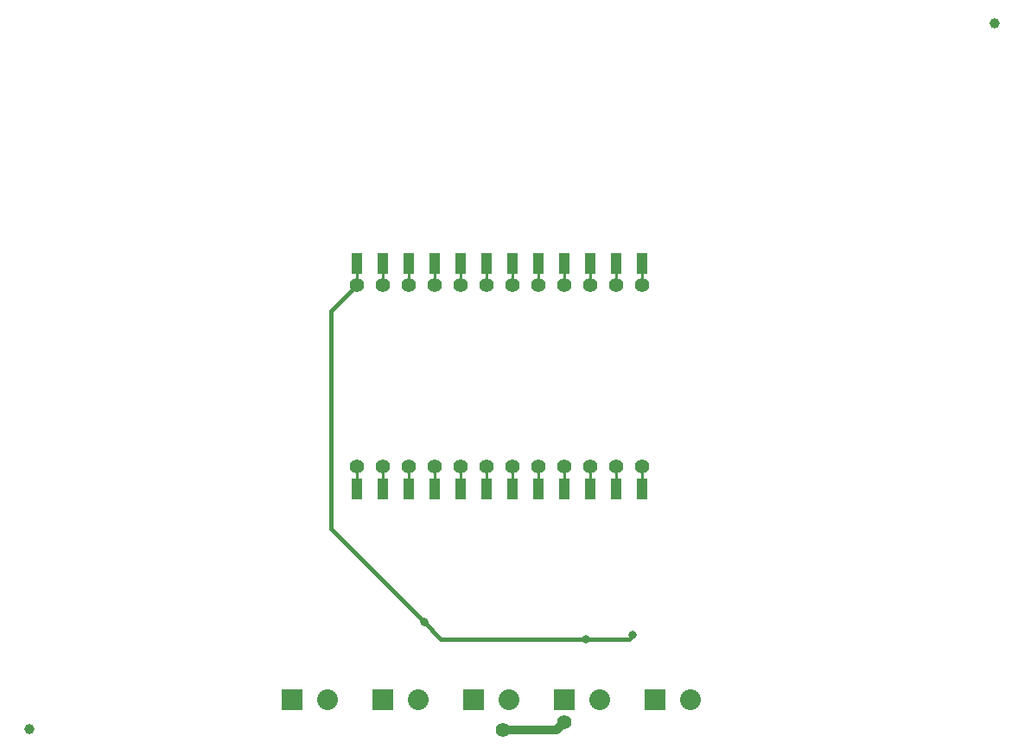
<source format=gtl>
G04 EAGLE Gerber RS-274X export*
G75*
%MOMM*%
%FSLAX34Y34*%
%LPD*%
%INTop Copper*%
%IPPOS*%
%AMOC8*
5,1,8,0,0,1.08239X$1,22.5*%
G01*
%ADD10C,1.400000*%
%ADD11C,0.254000*%
%ADD12R,1.000000X2.000000*%
%ADD13C,1.000000*%
%ADD14R,2.032000X2.032000*%
%ADD15C,2.032000*%
%ADD16C,0.800000*%
%ADD17C,0.406400*%
%ADD18C,0.812800*%


D10*
X381000Y292100D03*
D11*
X381000Y270700D01*
D10*
X406400Y292100D03*
D11*
X406400Y270700D01*
D10*
X431800Y292100D03*
D11*
X431800Y270700D01*
D10*
X457200Y292100D03*
D11*
X457200Y270700D01*
D10*
X482600Y292100D03*
D11*
X482600Y270700D01*
D10*
X508000Y292100D03*
D11*
X508000Y270700D01*
D10*
X533400Y292100D03*
D11*
X533400Y270700D01*
D10*
X558800Y292100D03*
D11*
X558800Y270700D01*
D10*
X584200Y292100D03*
D11*
X584200Y270700D01*
D10*
X609600Y292100D03*
D11*
X609600Y270700D01*
D10*
X635000Y292100D03*
D11*
X635000Y270700D01*
D10*
X381000Y469900D03*
D11*
X381000Y491300D01*
D10*
X406400Y469900D03*
D11*
X406400Y491300D01*
D10*
X431800Y469900D03*
D11*
X431800Y491300D01*
D10*
X457200Y469900D03*
D11*
X457200Y491300D01*
D10*
X482600Y469900D03*
D11*
X482600Y491300D01*
D10*
X508000Y469900D03*
D11*
X508000Y491300D01*
D10*
X533400Y469900D03*
D11*
X533400Y491300D01*
D10*
X558800Y469900D03*
D11*
X558800Y491300D01*
D10*
X584200Y469900D03*
D11*
X584200Y491300D01*
D10*
X609600Y469900D03*
D11*
X609600Y491300D01*
D10*
X635000Y469900D03*
D11*
X635000Y491300D01*
D10*
X355600Y292100D03*
D11*
X355600Y266700D01*
D10*
X355600Y469900D03*
D11*
X355600Y491300D01*
D12*
X355600Y270700D03*
X381000Y270700D03*
D11*
X381000Y292100D01*
D12*
X406400Y270700D03*
D11*
X406400Y292100D01*
D12*
X431800Y270700D03*
D11*
X431800Y292100D01*
D12*
X457200Y270700D03*
D11*
X457200Y292100D01*
D12*
X482600Y270700D03*
D11*
X482600Y292100D01*
D12*
X508000Y270700D03*
D11*
X508000Y292100D01*
D12*
X533400Y270700D03*
D11*
X533400Y292100D01*
D12*
X558800Y270700D03*
D11*
X558800Y292100D01*
D12*
X584200Y270700D03*
D11*
X584200Y292100D01*
D12*
X609600Y270700D03*
D11*
X609600Y292100D01*
D12*
X635000Y270700D03*
D11*
X635000Y292100D01*
D12*
X355600Y491300D03*
D11*
X355600Y469900D01*
D12*
X381000Y491300D03*
D11*
X381000Y469900D01*
D12*
X406400Y491300D03*
D11*
X406400Y469900D01*
D12*
X431800Y491300D03*
D11*
X431800Y469900D01*
D12*
X457200Y491300D03*
D11*
X457200Y469900D01*
D12*
X482600Y491300D03*
D11*
X482600Y469900D01*
D12*
X508000Y491300D03*
D11*
X508000Y469900D01*
D12*
X533400Y491300D03*
D11*
X533400Y469900D01*
D12*
X558800Y491300D03*
D11*
X558800Y469900D01*
D12*
X584200Y491300D03*
D11*
X584200Y469900D01*
D12*
X609600Y491300D03*
D11*
X609600Y469900D01*
D12*
X635000Y491300D03*
D11*
X635000Y469900D01*
X355600Y292100D02*
X355600Y266700D01*
X381000Y270700D02*
X381000Y292100D01*
X406400Y292100D02*
X406400Y270700D01*
X431800Y270700D02*
X431800Y292100D01*
X457200Y292100D02*
X457200Y270700D01*
X482600Y270700D02*
X482600Y292100D01*
X508000Y292100D02*
X508000Y270700D01*
X533400Y270700D02*
X533400Y292100D01*
X558800Y292100D02*
X558800Y270700D01*
X584200Y270700D02*
X584200Y292100D01*
X609600Y292100D02*
X609600Y270700D01*
X635000Y270700D02*
X635000Y292100D01*
X355600Y469900D02*
X355600Y491300D01*
X381000Y491300D02*
X381000Y469900D01*
X406400Y469900D02*
X406400Y491300D01*
X431800Y491300D02*
X431800Y469900D01*
X457200Y469900D02*
X457200Y491300D01*
X482600Y491300D02*
X482600Y469900D01*
X508000Y469900D02*
X508000Y491300D01*
X533400Y491300D02*
X533400Y469900D01*
X558800Y469900D02*
X558800Y491300D01*
X584200Y491300D02*
X584200Y469900D01*
X609600Y469900D02*
X609600Y491300D01*
X635000Y491300D02*
X635000Y469900D01*
D13*
X35000Y35000D03*
X981000Y727000D03*
D14*
X292100Y63500D03*
D15*
X327100Y63500D03*
D14*
X381000Y63500D03*
D15*
X416000Y63500D03*
D14*
X469900Y63500D03*
D15*
X504900Y63500D03*
D14*
X558800Y63500D03*
D15*
X593800Y63500D03*
D14*
X647700Y63500D03*
D15*
X682700Y63500D03*
D16*
X579736Y123190D03*
D17*
X622300Y123190D01*
X626110Y127000D01*
D16*
X626110Y127000D03*
D17*
X579736Y123190D02*
X438150Y123190D01*
X421640Y139700D01*
D16*
X421640Y139700D03*
D17*
X330200Y231140D01*
X330200Y444500D02*
X355600Y469900D01*
X330200Y444500D02*
X330200Y231140D01*
D10*
X558800Y41910D03*
D18*
X551180Y34290D01*
X499110Y34290D01*
D10*
X499110Y34290D03*
M02*

</source>
